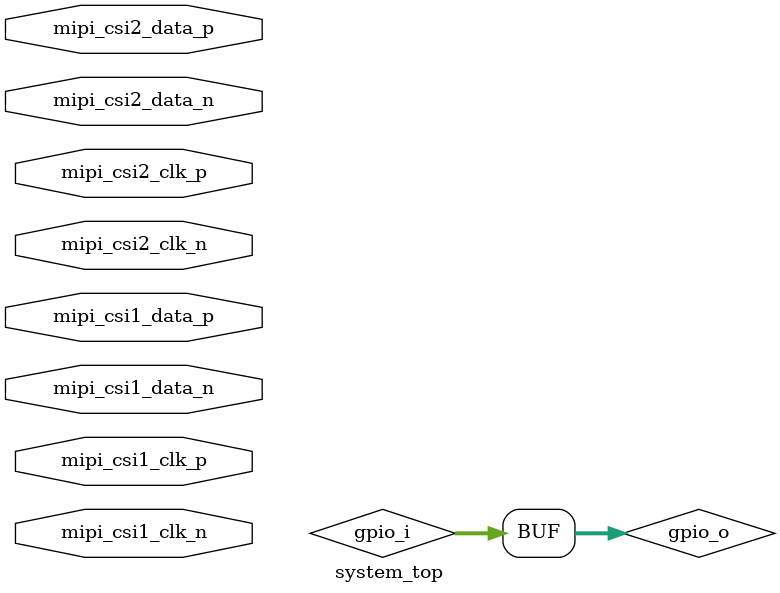
<source format=v>

`timescale 1ns/100ps

module system_top (

  input [3:0] mipi_csi1_data_n,
  input [3:0] mipi_csi1_data_p,
  input       mipi_csi1_clk_n,
  input       mipi_csi1_clk_p,
  input [3:0] mipi_csi2_data_n,
  input [3:0] mipi_csi2_data_p,
  input       mipi_csi2_clk_n,
  input       mipi_csi2_clk_p

);

  wire    [94:0]  gpio_i;
  wire    [94:0]  gpio_o;

  assign gpio_i[94:0] = gpio_o[94:0];

  // instantiations
  system_wrapper i_system_wrapper (
    .mipi_csi1_data_n (mipi_csi1_data_n),
    .mipi_csi1_data_p (mipi_csi1_data_p),
    .mipi_csi1_clk_n (mipi_csi1_clk_n),
    .mipi_csi1_clk_p (mipi_csi1_clk_p),

    .mipi_csi2_data_n (mipi_csi2_data_n),
    .mipi_csi2_data_p (mipi_csi2_data_p),
    .mipi_csi2_clk_n (mipi_csi2_clk_n),
    .mipi_csi2_clk_p (mipi_csi2_clk_p),

    .gpio_i (gpio_i),
    .gpio_o (gpio_o),
    .gpio_t (),

    .spi0_csn (1'b1),
    .spi0_miso (1'b0),
    .spi0_mosi (),
    .spi0_sclk ());

endmodule


</source>
